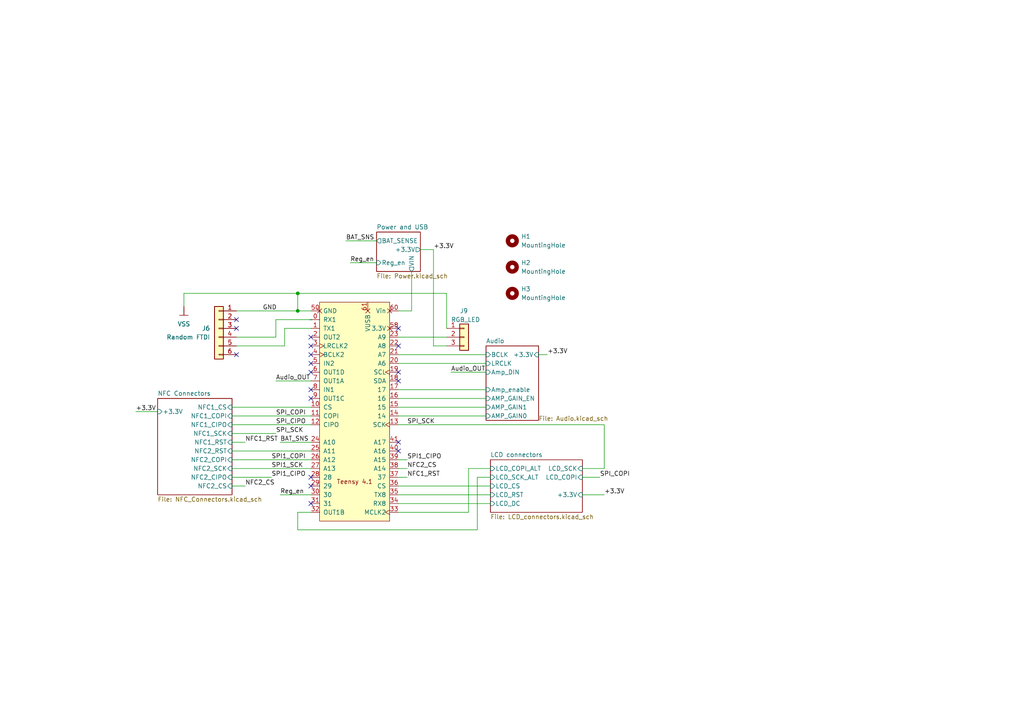
<source format=kicad_sch>
(kicad_sch (version 20230121) (generator eeschema)
  (paper "A4")
  (title_block (title "Projet Barbapapa") (date "2023-06-22") (rev "0.2") (company "Téo-CD"))
  (lib_symbols
    (symbol "00_PowerSymboles:VSS" (power) (pin_numbers hide) (pin_names hide) (in_bom no) (on_board no)
      (property "Value" "VSS" (at 0 -3.81 0))
      (symbol "VSS_0_1"
        (polyline (pts (xy -1.27 -2.54) (xy 1.27 -2.54)))
      )
      (symbol "VSS_1_1"
        (pin power_in line (at 0 0 270) (length 2.54) (name "VSS") (number "VSS"))
      )
    )
    (symbol "Connector_Generic:Conn_01x03" (pin_names (offset 1.016) hide)
      (property "Reference" "J" (at 0 5.08 0))
      (property "Value" "Conn_01x03" (at 0 -5.08 0))
      (symbol "Conn_01x03_1_1"
        (rectangle (start -1.27 -2.413) (end 0 -2.667) (stroke (width 0.1524)))
        (rectangle (start -1.27 0.127) (end 0 -0.127) (stroke (width 0.1524)))
        (rectangle (start -1.27 2.667) (end 0 2.413) (stroke (width 0.1524)))
        (rectangle (start -1.27 3.81) (end 1.27 -3.81) (stroke (width 0.254)) (fill (type background)))
        (pin passive line (at -5.08 2.54 0) (length 3.81) (name "Pin_1") (number "1"))
        (pin passive line (at -5.08 0 0) (length 3.81) (name "Pin_2") (number "2"))
        (pin passive line (at -5.08 -2.54 0) (length 3.81) (name "Pin_3") (number "3"))
      )
    )
    (symbol "Connector_Generic:Conn_01x06" (pin_names (offset 1.016) hide)
      (property "Reference" "J" (at 0 7.62 0))
      (property "Value" "Conn_01x06" (at 0 -10.16 0))
      (symbol "Conn_01x06_1_1"
        (rectangle (start -1.27 -7.493) (end 0 -7.747) (stroke (width 0.1524)))
        (rectangle (start -1.27 -4.953) (end 0 -5.207) (stroke (width 0.1524)))
        (rectangle (start -1.27 -2.413) (end 0 -2.667) (stroke (width 0.1524)))
        (rectangle (start -1.27 0.127) (end 0 -0.127) (stroke (width 0.1524)))
        (rectangle (start -1.27 2.667) (end 0 2.413) (stroke (width 0.1524)))
        (rectangle (start -1.27 5.207) (end 0 4.953) (stroke (width 0.1524)))
        (rectangle (start -1.27 6.35) (end 1.27 -8.89) (stroke (width 0.254)) (fill (type background)))
        (pin passive line (at -5.08 5.08 0) (length 3.81) (name "Pin_1") (number "1"))
        (pin passive line (at -5.08 2.54 0) (length 3.81) (name "Pin_2") (number "2"))
        (pin passive line (at -5.08 0 0) (length 3.81) (name "Pin_3") (number "3"))
        (pin passive line (at -5.08 -2.54 0) (length 3.81) (name "Pin_4") (number "4"))
        (pin passive line (at -5.08 -5.08 0) (length 3.81) (name "Pin_5") (number "5"))
        (pin passive line (at -5.08 -7.62 0) (length 3.81) (name "Pin_6") (number "6"))
      )
    )
    (symbol "Mechanical:MountingHole" (pin_names (offset 1.016))
      (property "Reference" "H" (at 0 5.08 0))
      (property "Value" "MountingHole" (at 0 3.175 0))
      (symbol "MountingHole_0_1"
        (circle (center 0 0) (radius 1.27) (stroke (width 1.27)))
      )
    )
    (symbol "Stuff:Teensy_4.1" (pin_names (offset 1)) (in_bom no)
      (symbol "Teensy_4.1_1_0"
        (pin input line (at -12.7 25.4 0) (length 2.54) (name "RX1") (number "0"))
        (pin output line (at -12.7 22.86 0) (length 2.54) (name "TX1") (number "1"))
        (pin output line (at -12.7 0 0) (length 2.54) (name "CS") (number "10"))
        (pin output line (at -12.7 -2.54 0) (length 2.54) (name "COPI") (number "11"))
        (pin input line (at -12.7 -5.08 0) (length 2.54) (name "CIPO") (number "12"))
        (pin output clock (at 12.7 -5.08 180) (length 2.54) (name "SCK") (number "13"))
        (pin input line (at 12.7 -2.54 180) (length 2.54) (name "A0") (number "14") (alternate "14" bidirectional line))
        (pin input line (at 12.7 0 180) (length 2.54) (name "A1") (number "15") (alternate "15" bidirectional line))
        (pin output clock (at 12.7 2.54 180) (length 2.54) (name "SCL1") (number "16") (alternate "16" bidirectional line))
        (pin bidirectional line (at 12.7 5.08 180) (length 2.54) (name "SDA1") (number "17") (alternate "17" bidirectional line))
        (pin bidirectional line (at 12.7 7.62 180) (length 2.54) (name "SDA") (number "18"))
        (pin output clock (at 12.7 10.16 180) (length 2.54) (name "SCL") (number "19"))
        (pin output line (at -12.7 20.32 0) (length 2.54) (name "OUT2") (number "2"))
        (pin input line (at 12.7 12.7 180) (length 2.54) (name "A6") (number "20"))
        (pin input line (at 12.7 15.24 180) (length 2.54) (name "A7") (number "21"))
        (pin input line (at 12.7 17.78 180) (length 2.54) (name "A8") (number "22"))
        (pin input line (at 12.7 20.32 180) (length 2.54) (name "A9") (number "23"))
        (pin input line (at -12.7 -10.16 0) (length 2.54) (name "A10") (number "24"))
        (pin input line (at -12.7 -12.7 0) (length 2.54) (name "A11") (number "25"))
        (pin input line (at -12.7 -15.24 0) (length 2.54) (name "A12") (number "26"))
        (pin input line (at -12.7 -17.78 0) (length 2.54) (name "A13") (number "27"))
        (pin bidirectional line (at -12.7 -20.32 0) (length 2.54) (name "28") (number "28"))
        (pin bidirectional line (at -12.7 -22.86 0) (length 2.54) (name "29") (number "29"))
        (pin output clock (at -12.7 17.78 0) (length 2.54) (name "LRCLK2") (number "3"))
        (pin bidirectional line (at -12.7 -25.4 0) (length 2.54) (name "30") (number "30"))
        (pin bidirectional line (at -12.7 -27.94 0) (length 2.54) (name "31") (number "31"))
        (pin output line (at -12.7 -30.48 0) (length 2.54) (name "OUT1B") (number "32"))
        (pin output clock (at 12.7 -30.48 180) (length 2.54) (name "MCLK2") (number "33"))
        (pin input line (at 12.7 -27.94 180) (length 2.54) (name "RX8") (number "34"))
        (pin output line (at 12.7 -25.4 180) (length 2.54) (name "TX8") (number "35"))
        (pin output line (at 12.7 -22.86 180) (length 2.54) (name "CS") (number "36"))
        (pin output line (at 12.7 -20.32 180) (length 2.54) (name "CS") (number "37") (alternate "37" bidirectional line))
        (pin input line (at 12.7 -17.78 180) (length 2.54) (name "A14") (number "38"))
        (pin input line (at 12.7 -15.24 180) (length 2.54) (name "A15") (number "39"))
        (pin output clock (at -12.7 15.24 0) (length 2.54) (name "BCLK2") (number "4"))
        (pin input line (at 12.7 -12.7 180) (length 2.54) (name "A16") (number "40"))
        (pin input line (at 12.7 -10.16 180) (length 2.54) (name "A17") (number "41"))
        (pin input line (at -12.7 12.7 0) (length 2.54) (name "IN2") (number "5"))
        (pin power_out non_logic (at -12.7 27.94 0) (length 2.54) (name "GND") (number "50"))
        (pin power_out non_logic (at -12.7 -7.62 0) (length 2.54) hide (name "3.3V") (number "51"))
        (pin power_in non_logic (at 12.7 -7.62 180) (length 2.54) hide (name "GND") (number "57"))
        (pin power_out non_logic (at 12.7 22.86 180) (length 2.54) (name "3.3V") (number "58"))
        (pin power_out non_logic (at 12.7 25.4 180) (length 2.54) hide (name "GND") (number "59"))
        (pin output line (at -12.7 10.16 0) (length 2.54) (name "OUT1D") (number "6"))
        (pin power_in non_logic (at 12.7 27.94 180) (length 2.54) (name "Vin") (number "60"))
        (pin power_in non_logic (at 3.81 30.48 270) (length 2.54) (name "VUSB") (number "61"))
        (pin output line (at -12.7 7.62 0) (length 2.54) (name "OUT1A") (number "7"))
        (pin input line (at -12.7 5.08 0) (length 2.54) (name "IN1") (number "8"))
        (pin output line (at -12.7 2.54 0) (length 2.54) (name "OUT1C") (number "9"))
      )
      (symbol "Teensy_4.1_1_1"
        (rectangle (start -10.16 30.48) (end 10.16 -33.02) (fill (type background)))
        (text "Teensy 4.1" (at 0 -21.59 0) (effects (font (size 1.27 1.27))))
      )
    )
  )
  (junction (at 86.36 90.17))
  (junction (at 86.36 85.09))
  (no_connect (at 90.17 97.79))
  (no_connect (at 90.17 140.97))
  (no_connect (at 115.57 107.95))
  (no_connect (at 115.57 95.25))
  (no_connect (at 90.17 146.05))
  (no_connect (at 68.58 102.87))
  (no_connect (at 115.57 128.27))
  (no_connect (at 90.17 107.95))
  (no_connect (at 90.17 113.03))
  (no_connect (at 90.17 138.43))
  (no_connect (at 115.57 130.81))
  (no_connect (at 115.57 110.49))
  (no_connect (at 68.58 92.71))
  (no_connect (at 90.17 115.57))
  (no_connect (at 90.17 105.41))
  (no_connect (at 90.17 100.33))
  (no_connect (at 68.58 95.25))
  (no_connect (at 90.17 102.87))
  (no_connect (at 115.57 100.33))
  (wire (pts (xy 138.43 153.67) (xy 86.36 153.67)))
  (wire (pts (xy 115.57 115.57) (xy 140.97 115.57)))
  (wire (pts (xy 80.01 97.79) (xy 68.58 97.79)))
  (wire (pts (xy 119.38 78.74) (xy 119.38 90.17)))
  (wire (pts (xy 80.01 110.49) (xy 90.17 110.49)))
  (wire (pts (xy 81.28 143.51) (xy 90.17 143.51)))
  (wire (pts (xy 118.11 138.43) (xy 115.57 138.43)))
  (wire (pts (xy 125.73 72.39) (xy 125.73 100.33)))
  (wire (pts (xy 168.91 143.51) (xy 175.26 143.51)))
  (wire (pts (xy 168.91 138.43) (xy 173.99 138.43)))
  (wire (pts (xy 82.55 100.33) (xy 68.58 100.33)))
  (wire (pts (xy 115.57 97.79) (xy 129.54 97.79)))
  (wire (pts (xy 86.36 148.59) (xy 90.17 148.59)))
  (wire (pts (xy 135.89 135.89) (xy 142.24 135.89)))
  (wire (pts (xy 135.89 148.59) (xy 135.89 135.89)))
  (wire (pts (xy 39.37 119.38) (xy 45.72 119.38)))
  (wire (pts (xy 115.57 123.19) (xy 175.26 123.19)))
  (wire (pts (xy 100.33 69.85) (xy 109.22 69.85)))
  (wire (pts (xy 67.31 118.11) (xy 90.17 118.11)))
  (wire (pts (xy 115.57 120.65) (xy 140.97 120.65)))
  (wire (pts (xy 115.57 90.17) (xy 119.38 90.17)))
  (wire (pts (xy 80.01 92.71) (xy 90.17 92.71)))
  (wire (pts (xy 67.31 138.43) (xy 78.74 138.43)))
  (wire (pts (xy 129.54 85.09) (xy 86.36 85.09)))
  (wire (pts (xy 168.91 135.89) (xy 175.26 135.89)))
  (wire (pts (xy 118.11 133.35) (xy 115.57 133.35)))
  (wire (pts (xy 115.57 148.59) (xy 135.89 148.59)))
  (wire (pts (xy 115.57 143.51) (xy 142.24 143.51)))
  (wire (pts (xy 115.57 146.05) (xy 142.24 146.05)))
  (wire (pts (xy 67.31 135.89) (xy 90.17 135.89)))
  (wire (pts (xy 67.31 130.81) (xy 90.17 130.81)))
  (wire (pts (xy 53.34 88.9) (xy 53.34 85.09)))
  (wire (pts (xy 86.36 153.67) (xy 86.36 148.59)))
  (wire (pts (xy 115.57 118.11) (xy 140.97 118.11)))
  (wire (pts (xy 115.57 105.41) (xy 140.97 105.41)))
  (wire (pts (xy 82.55 95.25) (xy 90.17 95.25)))
  (wire (pts (xy 86.36 90.17) (xy 90.17 90.17)))
  (wire (pts (xy 67.31 133.35) (xy 90.17 133.35)))
  (wire (pts (xy 138.43 138.43) (xy 138.43 153.67)))
  (wire (pts (xy 121.92 72.39) (xy 125.73 72.39)))
  (wire (pts (xy 115.57 140.97) (xy 142.24 140.97)))
  (wire (pts (xy 129.54 95.25) (xy 129.54 85.09)))
  (wire (pts (xy 115.57 102.87) (xy 140.97 102.87)))
  (wire (pts (xy 80.01 92.71) (xy 80.01 97.79)))
  (wire (pts (xy 138.43 138.43) (xy 142.24 138.43)))
  (wire (pts (xy 81.28 128.27) (xy 90.17 128.27)))
  (wire (pts (xy 175.26 135.89) (xy 175.26 123.19)))
  (wire (pts (xy 67.31 120.65) (xy 90.17 120.65)))
  (wire (pts (xy 86.36 85.09) (xy 86.36 90.17)))
  (wire (pts (xy 67.31 123.19) (xy 90.17 123.19)))
  (wire (pts (xy 115.57 113.03) (xy 140.97 113.03)))
  (wire (pts (xy 118.11 135.89) (xy 115.57 135.89)))
  (wire (pts (xy 125.73 100.33) (xy 129.54 100.33)))
  (wire (pts (xy 68.58 90.17) (xy 86.36 90.17)))
  (wire (pts (xy 156.21 102.87) (xy 158.75 102.87)))
  (wire (pts (xy 67.31 140.97) (xy 71.12 140.97)))
  (wire (pts (xy 53.34 85.09) (xy 86.36 85.09)))
  (wire (pts (xy 140.97 107.95) (xy 130.81 107.95)))
  (wire (pts (xy 67.31 128.27) (xy 71.12 128.27)))
  (wire (pts (xy 101.6 76.2) (xy 109.22 76.2)))
  (wire (pts (xy 67.31 125.73) (xy 80.01 125.73)))
  (wire (pts (xy 82.55 95.25) (xy 82.55 100.33)))
  (label "Reg_en" (at 101.6 76.2 0))
  (label "+3.3V" (at 125.73 72.39 0))
  (label "SPI_SCK" (at 118.11 123.19 0))
  (label "+3.3V" (at 175.26 143.51 0))
  (label "SPI1_COPI" (at 78.74 133.35 0))
  (label "Reg_en" (at 81.28 143.51 0))
  (label "NFC2_CS" (at 118.11 135.89 0))
  (label "SPI1_SCK" (at 78.74 135.89 0))
  (label "GND" (at 76.2 90.17 0))
  (label "Audio_OUT" (at 130.81 107.95 0))
  (label "Audio_OUT" (at 80.01 110.49 0))
  (label "+3.3V" (at 158.75 102.87 0))
  (label "SPI_COPI" (at 173.99 138.43 0))
  (label "NFC1_RST" (at 71.12 128.27 0))
  (label "SPI_SCK" (at 80.01 125.73 0))
  (label "+3.3V" (at 39.37 119.38 0))
  (label "SPI1_CIPO" (at 78.74 138.43 0))
  (label "SPI_CIPO" (at 80.01 123.19 0))
  (label "NFC1_RST" (at 118.11 138.43 0))
  (label "SPI_COPI" (at 80.01 120.65 0))
  (label "BAT_SNS" (at 100.33 69.85 0))
  (label "BAT_SNS" (at 81.28 128.27 0))
  (label "SPI1_CIPO" (at 118.11 133.35 0))
  (label "NFC2_CS" (at 71.12 140.97 0))
  (symbol (lib_id "00_PowerSymboles:VSS") (at 53.34 88.9 0) (unit 1) (in_bom no) (on_board no)
    (property "Reference" "#VSS01" (effects hide))
    (property "Value" "VSS" (at 53.34 93.98 0))
  )
  (symbol (lib_id "Mechanical:MountingHole") (at 148.59 69.85 0) (unit 1)
    (property "Reference" "H1" (at 151.13 68.58 0) (effects (justify left)))
    (property "Value" "MountingHole" (at 151.13 71.12 0) (effects (justify left)))
    (property "Footprint" "MountingHole:MountingHole_3.2mm_M3" (effects hide))
  )
  (symbol (lib_id "Stuff:Teensy_4.1") (at 102.87 118.11 0) (unit 1) (in_bom no)
    (property "Reference" "T4_1" (effects hide))
    (property "Value" "~" (at 90.17 92.71 0))
    (property "Footprint" "Stuff:Teensy 4.1" (effects hide))
    (property "Datasheet" "https://www.pjrc.com/store/teensy41.html#tech" (effects hide))
    (property "Sim.Enable" "0" (effects hide))
    (pin "14" (alternate "14"))
    (pin "15" (alternate "15"))
    (pin "16" (alternate "16"))
    (pin "17" (alternate "17"))
    (pin "37" (alternate "37"))
  )
  (symbol (lib_id "Mechanical:MountingHole") (at 148.59 85.09 0) (unit 1)
    (property "Reference" "H3" (at 151.13 83.82 0) (effects (justify left)))
    (property "Value" "MountingHole" (at 151.13 86.36 0) (effects (justify left)))
    (property "Footprint" "MountingHole:MountingHole_3.2mm_M3" (effects hide))
  )
  (symbol (lib_id "Connector_Generic:Conn_01x06") (at 63.5 95.25 0) (mirror y) (unit 1)
    (property "Reference" "J6" (at 60.96 95.25 0) (effects (justify left)))
    (property "Value" "Random FTDI" (at 60.96 97.79 0) (effects (justify left)))
    (property "Footprint" "Connector_PinHeader_2.54mm:PinHeader_1x06_P2.54mm_Vertical" (effects hide))
  )
  (symbol (lib_id "Mechanical:MountingHole") (at 148.59 77.47 0) (unit 1)
    (property "Reference" "H2" (at 151.13 76.2 0) (effects (justify left)))
    (property "Value" "MountingHole" (at 151.13 78.74 0) (effects (justify left)))
    (property "Footprint" "MountingHole:MountingHole_3.2mm_M3" (effects hide))
  )
  (symbol (lib_id "Connector_Generic:Conn_01x03") (at 134.62 97.79 0) (unit 1)
    (property "Reference" "J9" (at 133.35 90.17 0) (effects (justify left)))
    (property "Value" "RGB_LED" (at 130.81 92.71 0) (effects (justify left)))
    (property "Footprint" "Connector_PinHeader_2.54mm:PinHeader_1x03_P2.54mm_Vertical" (effects hide))
  )
  (sheet (at 109.22 67.31) (size 12.7 11.43) (stroke (width 0.1524))
    (property "Sheetname" "Power and USB" (at 109.22 66.5984 0) (effects (justify left bottom)))
    (property "Sheetfile" "Power.kicad_sch" (at 109.22 79.3246 0) (effects (justify left top)))
    (pin "+3.3V" output (at 121.92 72.39 0))
    (pin "VIN" output (at 119.38 78.74 270))
    (pin "Reg_en" input (at 109.22 76.2 180))
    (pin "BAT_SENSE" output (at 109.22 69.85 180))
  )
  (sheet (at 140.97 100.33) (size 15.24 21.59) (stroke (width 0.1524))
    (property "Sheetname" "Audio" (at 140.97 99.6184 0) (effects (justify left bottom)))
    (property "Sheetfile" "Audio.kicad_sch" (at 156.21 120.65 0) (effects (justify left top)))
    (pin "LRCLK" input (at 140.97 105.41 180))
    (pin "Amp_enable" input (at 140.97 113.03 180))
    (pin "BCLK" input (at 140.97 102.87 180))
    (pin "Amp_DIN" input (at 140.97 107.95 180))
    (pin "AMP_GAIN1" input (at 140.97 118.11 180))
    (pin "AMP_GAIN0" input (at 140.97 120.65 180))
    (pin "AMP_GAIN_EN" input (at 140.97 115.57 180))
    (pin "+3.3V" input (at 156.21 102.87 0))
  )
  (sheet (at 45.72 115.57) (size 21.59 27.94) (stroke (width 0.1524))
    (property "Sheetname" "NFC Connectors" (at 45.72 114.8584 0) (effects (justify left bottom)))
    (property "Sheetfile" "NFC_Connectors.kicad_sch" (at 45.72 144.0946 0) (effects (justify left top)))
    (pin "NFC1_CS" input (at 67.31 118.11 0))
    (pin "NFC1_RST" input (at 67.31 128.27 0))
    (pin "NFC1_CIPO" input (at 67.31 123.19 0))
    (pin "+3.3V" input (at 45.72 119.38 180))
    (pin "NFC2_CIPO" input (at 67.31 138.43 0))
    (pin "NFC2_COPI" input (at 67.31 133.35 0))
    (pin "NFC2_SCK" input (at 67.31 135.89 0))
    (pin "NFC2_CS" input (at 67.31 140.97 0))
    (pin "NFC2_RST" input (at 67.31 130.81 0))
    (pin "NFC1_SCK" input (at 67.31 125.73 0))
    (pin "NFC1_COPI" input (at 67.31 120.65 0))
  )
  (sheet (at 142.24 133.35) (size 26.67 15.24) (stroke (width 0.1524))
    (property "Sheetname" "LCD connectors" (at 142.24 132.6384 0) (effects (justify left bottom)))
    (property "Sheetfile" "LCD_connectors.kicad_sch" (at 142.24 149.1746 0) (effects (justify left top)))
    (pin "LCD_RST" input (at 142.24 143.51 180))
    (pin "LCD_DC" input (at 142.24 146.05 180))
    (pin "LCD_CS" input (at 142.24 140.97 180))
    (pin "LCD_COPI" input (at 168.91 138.43 0))
    (pin "LCD_SCK" input (at 168.91 135.89 0))
    (pin "+3.3V" input (at 168.91 143.51 0))
    (pin "LCD_COPI_ALT" input (at 142.24 135.89 180))
    (pin "LCD_SCK_ALT" input (at 142.24 138.43 180))
  )
)
</source>
